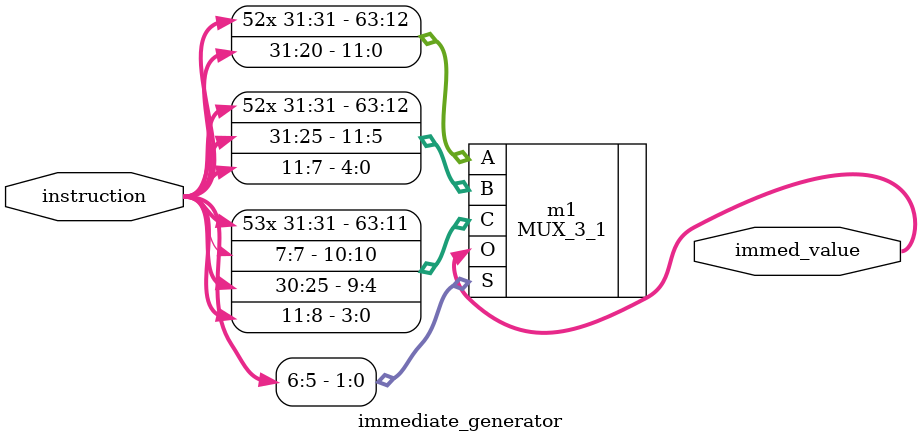
<source format=v>
`include "MUX_3_1.v"

module immediate_generator(
    input [31:0] instruction,
    output wire [63:0] immed_value
);

// imm[6:5] == 00 for load instr       
// imm[6:5] == 01 for store instr      
// imm[6:5] == 1X for conditional instr

MUX_3_1 m1(.A({{52{instruction[31]}},instruction[31:20]}), .B({{52{instruction[31]}},instruction[31:25], instruction[11:7]}), .C({{52{instruction[31]}},instruction[31], instruction[7], instruction[30:25], instruction[11:8]}), .O(immed_value), .S(instruction[6:5]));
    
endmodule

</source>
